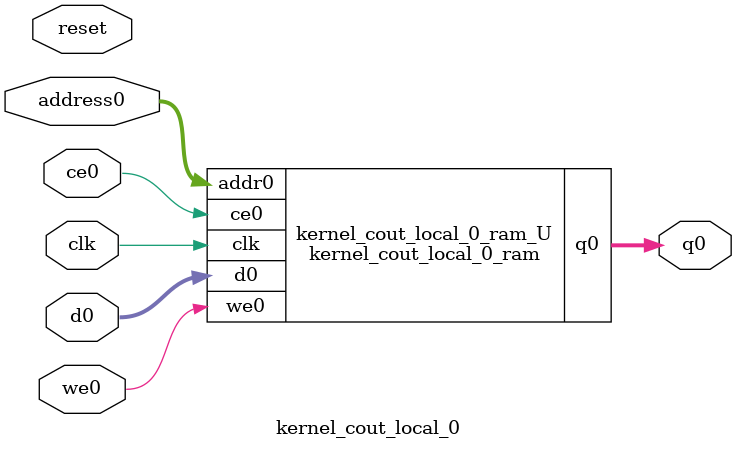
<source format=v>
`timescale 1 ns / 1 ps
module kernel_cout_local_0_ram (addr0, ce0, d0, we0, q0,  clk);

parameter DWIDTH = 32;
parameter AWIDTH = 13;
parameter MEM_SIZE = 5408;

input[AWIDTH-1:0] addr0;
input ce0;
input[DWIDTH-1:0] d0;
input we0;
output reg[DWIDTH-1:0] q0;
input clk;

(* ram_style = "block" *)reg [DWIDTH-1:0] ram[0:MEM_SIZE-1];




always @(posedge clk)  
begin 
    if (ce0) 
    begin
        if (we0) 
        begin 
            ram[addr0] <= d0; 
        end 
        q0 <= ram[addr0];
    end
end


endmodule

`timescale 1 ns / 1 ps
module kernel_cout_local_0(
    reset,
    clk,
    address0,
    ce0,
    we0,
    d0,
    q0);

parameter DataWidth = 32'd32;
parameter AddressRange = 32'd5408;
parameter AddressWidth = 32'd13;
input reset;
input clk;
input[AddressWidth - 1:0] address0;
input ce0;
input we0;
input[DataWidth - 1:0] d0;
output[DataWidth - 1:0] q0;



kernel_cout_local_0_ram kernel_cout_local_0_ram_U(
    .clk( clk ),
    .addr0( address0 ),
    .ce0( ce0 ),
    .we0( we0 ),
    .d0( d0 ),
    .q0( q0 ));

endmodule


</source>
